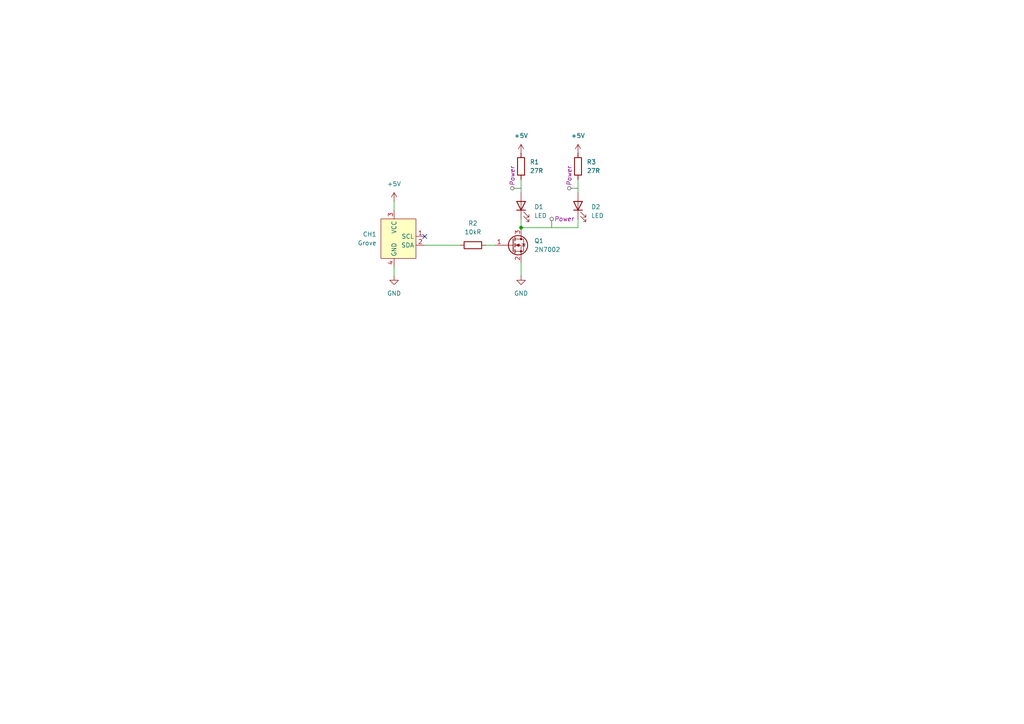
<source format=kicad_sch>
(kicad_sch (version 20231120) (generator "eeschema") (generator_version "8.0")
  (paper "A4")
  (title_block (title "IR Grove") (rev "1.0.1") (company "Atsushi Morimoto (@74th)"))
  (lib_symbols
    (symbol "74th_Interface:I2C_Grove_Device-Side"
      (property "Reference" "CH" (at -7.62 1.27 0))
      (property "Value" "Grove" (at -7.62 -1.27 0))
      (symbol "I2C_Grove_Device-Side_0_1"
        (rectangle (start -6.35 6.35) (end 3.81 -5.08) (stroke (width 0.1524)) (fill (type background)))
      )
      (symbol "I2C_Grove_Device-Side_1_1"
        (pin input line (at 6.35 1.27 180) (length 2.54) (name "SCL") (number "1"))
        (pin bidirectional line (at 6.35 -1.27 180) (length 2.54) (name "SDA") (number "2"))
        (pin power_out line (at -2.54 8.89 270) (length 2.54) (name "VCC") (number "3"))
        (pin power_out line (at -2.54 -7.62 90) (length 2.54) (name "GND") (number "4"))
      )
    )
    (symbol "Device:LED" (pin_numbers hide) (pin_names (offset 1.016) hide)
      (property "Reference" "D" (at 0 2.54 0))
      (property "Value" "LED" (at 0 -2.54 0))
      (symbol "LED_0_1"
        (polyline (pts (xy -1.27 -1.27) (xy -1.27 1.27)) (stroke (width 0.254)))
        (polyline (pts (xy -1.27 0) (xy 1.27 0)))
        (polyline (pts (xy 1.27 -1.27) (xy 1.27 1.27) (xy -1.27 0) (xy 1.27 -1.27)) (stroke (width 0.254)))
        (polyline (pts (xy -3.048 -0.762) (xy -4.572 -2.286) (xy -3.81 -2.286) (xy -4.572 -2.286) (xy -4.572 -1.524)))
        (polyline (pts (xy -1.778 -0.762) (xy -3.302 -2.286) (xy -2.54 -2.286) (xy -3.302 -2.286) (xy -3.302 -1.524)))
      )
      (symbol "LED_1_1"
        (pin passive line (at -3.81 0 0) (length 2.54) (name "K") (number "1"))
        (pin passive line (at 3.81 0 180) (length 2.54) (name "A") (number "2"))
      )
    )
    (symbol "Device:R" (pin_numbers hide) (pin_names (offset 0))
      (property "Reference" "R" (at 2.032 0 90))
      (property "Value" "R" (at 0 0 90))
      (symbol "R_0_1"
        (rectangle (start -1.016 -2.54) (end 1.016 2.54) (stroke (width 0.254)))
      )
      (symbol "R_1_1"
        (pin passive line (at 0 3.81 270) (length 1.27) (name "~") (number "1"))
        (pin passive line (at 0 -3.81 90) (length 1.27) (name "~") (number "2"))
      )
    )
    (symbol "Transistor_FET:2N7002" (pin_names hide)
      (property "Reference" "Q" (at 5.08 1.905 0))
      (property "Value" "2N7002" (at 5.08 0 0))
      (symbol "2N7002_0_1"
        (polyline (pts (xy 0.254 0) (xy -2.54 0)))
        (polyline (pts (xy 0.254 1.905) (xy 0.254 -1.905)) (stroke (width 0.254)))
        (polyline (pts (xy 0.762 -1.27) (xy 0.762 -2.286)) (stroke (width 0.254)))
        (polyline (pts (xy 0.762 0.508) (xy 0.762 -0.508)) (stroke (width 0.254)))
        (polyline (pts (xy 0.762 2.286) (xy 0.762 1.27)) (stroke (width 0.254)))
        (polyline (pts (xy 2.54 2.54) (xy 2.54 1.778)))
        (polyline (pts (xy 2.54 -2.54) (xy 2.54 0) (xy 0.762 0)))
        (polyline (pts (xy 0.762 -1.778) (xy 3.302 -1.778) (xy 3.302 1.778) (xy 0.762 1.778)))
        (polyline (pts (xy 1.016 0) (xy 2.032 0.381) (xy 2.032 -0.381) (xy 1.016 0)) (fill (type outline)))
        (polyline (pts (xy 2.794 0.508) (xy 2.921 0.381) (xy 3.683 0.381) (xy 3.81 0.254)))
        (polyline (pts (xy 3.302 0.381) (xy 2.921 -0.254) (xy 3.683 -0.254) (xy 3.302 0.381)))
        (circle (center 1.651 0) (radius 2.794) (stroke (width 0.254)))
        (circle (center 2.54 -1.778) (radius 0.254) (fill (type outline)))
        (circle (center 2.54 1.778) (radius 0.254) (fill (type outline)))
      )
      (symbol "2N7002_1_1"
        (pin input line (at -5.08 0 0) (length 2.54) (name "G") (number "1"))
        (pin passive line (at 2.54 -5.08 90) (length 2.54) (name "S") (number "2"))
        (pin passive line (at 2.54 5.08 270) (length 2.54) (name "D") (number "3"))
      )
    )
    (symbol "power:+5V" (power) (pin_numbers hide) (pin_names (offset 0) hide)
      (property "Value" "+5V" (at 0 3.556 0))
      (symbol "+5V_0_1"
        (polyline (pts (xy -0.762 1.27) (xy 0 2.54)))
        (polyline (pts (xy 0 0) (xy 0 2.54)))
        (polyline (pts (xy 0 2.54) (xy 0.762 1.27)))
      )
      (symbol "+5V_1_1"
        (pin power_in line (at 0 0 90) (length 0) (name "~") (number "1"))
      )
    )
    (symbol "power:GND" (power) (pin_numbers hide) (pin_names (offset 0) hide)
      (property "Value" "GND" (at 0 -3.81 0))
      (symbol "GND_0_1"
        (polyline (pts (xy 0 0) (xy 0 -1.27) (xy 1.27 -1.27) (xy 0 -2.54) (xy -1.27 -1.27) (xy 0 -1.27)))
      )
      (symbol "GND_1_1"
        (pin power_in line (at 0 0 270) (length 0) (name "~") (number "1"))
      )
    )
  )
  (junction (at 151.13 66.04))
  (no_connect (at 123.19 68.58))
  (wire (pts (xy 123.19 71.12) (xy 133.35 71.12)))
  (wire (pts (xy 167.64 52.07) (xy 167.64 55.88)))
  (wire (pts (xy 151.13 80.01) (xy 151.13 76.2)))
  (wire (pts (xy 167.64 66.04) (xy 151.13 66.04)))
  (wire (pts (xy 140.97 71.12) (xy 143.51 71.12)))
  (wire (pts (xy 151.13 55.88) (xy 151.13 52.07)))
  (wire (pts (xy 114.3 58.42) (xy 114.3 60.96)))
  (wire (pts (xy 114.3 80.01) (xy 114.3 77.47)))
  (wire (pts (xy 151.13 63.5) (xy 151.13 66.04)))
  (wire (pts (xy 167.64 63.5) (xy 167.64 66.04)))
  (netclass_flag "" (length 2.54) (shape round) (at 167.64 54.61 90) (property "Netclass" "Power" (at 165.1 53.9115 90) (effects (font (italic yes)) (justify left))))
  (netclass_flag "" (length 2.54) (shape round) (at 160.02 66.04 0) (property "Netclass" "Power" (at 160.7185 63.5 0) (effects (font (italic yes)) (justify left))))
  (netclass_flag "" (length 2.54) (shape round) (at 151.13 54.61 90) (property "Netclass" "Power" (at 148.59 53.9115 90) (effects (font (italic yes)) (justify left))))
  (symbol (lib_id "Transistor_FET:2N7002") (at 148.59 71.12 0) (unit 1)
    (property "Reference" "Q1" (at 154.94 69.8499 0) (effects (justify left)))
    (property "Value" "2N7002" (at 154.94 72.3899 0) (effects (justify left)))
    (property "Footprint" "74th:Package_SOT-23" (effects (hide yes)))
    (property "Datasheet" "https://www.onsemi.com/pub/Collateral/NDS7002A-D.PDF" (effects (hide yes)))
    (property "Description" "0.115A Id, 60V Vds, N-Channel MOSFET, SOT-23" (effects (hide yes)))
  )
  (symbol (lib_id "Device:LED") (at 167.64 59.69 90) (unit 1)
    (property "Reference" "D2" (at 171.45 60.0074 90) (effects (justify right)))
    (property "Value" "LED" (at 171.45 62.5474 90) (effects (justify right)))
    (property "Footprint" "74th:PinOut_Pin_2_1GND" (effects (hide yes)))
    (property "Description" "Light emitting diode" (effects (hide yes)))
  )
  (symbol (lib_id "power:GND") (at 151.13 80.01 0) (unit 1)
    (property "Reference" "#PWR03" (effects (hide yes)))
    (property "Value" "GND" (at 151.13 85.09 0))
    (property "Description" "Power symbol creates a global label with name \"GND\" , ground" (effects (hide yes)))
  )
  (symbol (lib_id "Device:R") (at 167.64 48.26 0) (unit 1)
    (property "Reference" "R3" (at 170.18 46.9899 0) (effects (justify left)))
    (property "Value" "27R" (at 170.18 49.5299 0) (effects (justify left)))
    (property "Footprint" "74th:Register_0805_2012" (effects (hide yes)))
    (property "Description" "Resistor" (effects (hide yes)))
  )
  (symbol (lib_id "power:GND") (at 114.3 80.01 0) (unit 1)
    (property "Reference" "#PWR04" (effects (hide yes)))
    (property "Value" "GND" (at 114.3 85.09 0))
    (property "Description" "Power symbol creates a global label with name \"GND\" , ground" (effects (hide yes)))
  )
  (symbol (lib_id "Device:R") (at 151.13 48.26 0) (unit 1)
    (property "Reference" "R1" (at 153.67 46.9899 0) (effects (justify left)))
    (property "Value" "27R" (at 153.67 49.5299 0) (effects (justify left)))
    (property "Footprint" "74th:Register_0805_2012" (effects (hide yes)))
    (property "Description" "Resistor" (effects (hide yes)))
  )
  (symbol (lib_id "Device:R") (at 137.16 71.12 90) (unit 1)
    (property "Reference" "R2" (at 137.16 64.77 90))
    (property "Value" "10kR" (at 137.16 67.31 90))
    (property "Footprint" "74th:Register_0805_2012" (effects (hide yes)))
    (property "Description" "Resistor" (effects (hide yes)))
  )
  (symbol (lib_id "74th_Interface:I2C_Grove_Device-Side") (at 116.84 69.85 0) (unit 1)
    (property "Reference" "CH1" (at 109.22 67.9449 0) (effects (justify right)))
    (property "Value" "Grove" (at 109.22 70.4849 0) (effects (justify right)))
    (property "Footprint" "74th:Connector_HY-2.0_SMD_4Pin" (effects (hide yes)))
  )
  (symbol (lib_id "power:+5V") (at 114.3 58.42 0) (unit 1)
    (property "Reference" "#PWR01" (effects (hide yes)))
    (property "Value" "+5V" (at 114.3 53.34 0))
    (property "Description" "Power symbol creates a global label with name \"+5V\"" (effects (hide yes)))
  )
  (symbol (lib_id "Device:LED") (at 151.13 59.69 90) (unit 1)
    (property "Reference" "D1" (at 154.94 60.0074 90) (effects (justify right)))
    (property "Value" "LED" (at 154.94 62.5474 90) (effects (justify right)))
    (property "Footprint" "74th:PinOut_Pin_2_1GND" (effects (hide yes)))
    (property "Description" "Light emitting diode" (effects (hide yes)))
  )
  (symbol (lib_id "power:+5V") (at 167.64 44.45 0) (unit 1)
    (property "Reference" "#PWR05" (effects (hide yes)))
    (property "Value" "+5V" (at 167.64 39.37 0))
    (property "Description" "Power symbol creates a global label with name \"+5V\"" (effects (hide yes)))
  )
  (symbol (lib_id "power:+5V") (at 151.13 44.45 0) (unit 1)
    (property "Reference" "#PWR02" (effects (hide yes)))
    (property "Value" "+5V" (at 151.13 39.37 0))
    (property "Description" "Power symbol creates a global label with name \"+5V\"" (effects (hide yes)))
  )
)
</source>
